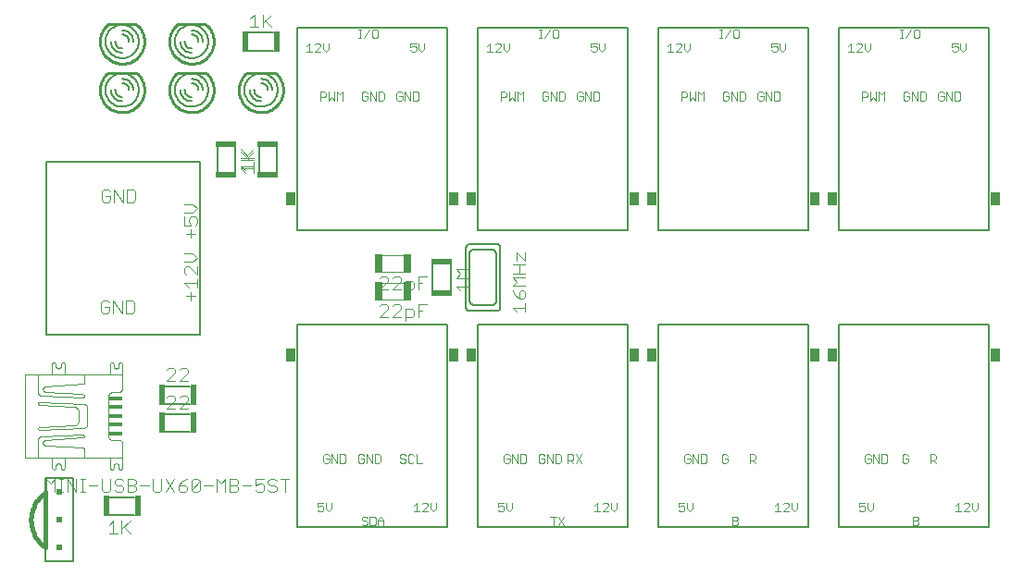
<source format=gto>
G75*
G70*
%OFA0B0*%
%FSLAX24Y24*%
%IPPOS*%
%LPD*%
%AMOC8*
5,1,8,0,0,1.08239X$1,22.5*
%
%ADD10C,0.0050*%
%ADD11C,0.0160*%
%ADD12R,0.0200X0.0200*%
%ADD13C,0.0080*%
%ADD14C,0.0010*%
%ADD15R,0.0364X0.0450*%
%ADD16C,0.0040*%
%ADD17C,0.0100*%
%ADD18C,0.0060*%
%ADD19R,0.0720X0.0230*%
%ADD20R,0.0295X0.0669*%
%ADD21R,0.0230X0.0720*%
%ADD22R,0.0513X0.0132*%
D10*
X000870Y000517D02*
X001870Y000517D01*
X001870Y003517D01*
X000870Y003517D01*
X000870Y003017D01*
X000870Y001017D02*
X000870Y000517D01*
X000896Y008696D02*
X006408Y008696D01*
X006408Y014916D01*
X000896Y014916D01*
X000896Y008696D01*
X016004Y009655D02*
X016004Y011842D01*
X016005Y011842D02*
X016007Y011861D01*
X016011Y011880D01*
X016019Y011898D01*
X016029Y011915D01*
X016041Y011930D01*
X016056Y011942D01*
X016073Y011952D01*
X016091Y011960D01*
X016110Y011964D01*
X016129Y011966D01*
X017125Y011966D01*
X017144Y011964D01*
X017163Y011959D01*
X017181Y011951D01*
X017196Y011940D01*
X017210Y011926D01*
X017221Y011911D01*
X017229Y011893D01*
X017234Y011874D01*
X017236Y011855D01*
X017236Y009678D01*
X017234Y009659D01*
X017229Y009640D01*
X017221Y009623D01*
X017210Y009607D01*
X017196Y009593D01*
X017181Y009582D01*
X017163Y009574D01*
X017144Y009569D01*
X017125Y009567D01*
X016092Y009567D01*
X016075Y009569D01*
X016058Y009574D01*
X016043Y009582D01*
X016030Y009593D01*
X016019Y009606D01*
X016011Y009621D01*
X016006Y009638D01*
X016004Y009655D01*
X016319Y009764D02*
X016922Y009764D01*
X016944Y009766D01*
X016966Y009770D01*
X016987Y009778D01*
X017007Y009789D01*
X017025Y009802D01*
X017041Y009818D01*
X017054Y009836D01*
X017065Y009856D01*
X017073Y009877D01*
X017077Y009899D01*
X017079Y009921D01*
X017079Y011612D01*
X017077Y011634D01*
X017073Y011656D01*
X017065Y011677D01*
X017054Y011697D01*
X017041Y011715D01*
X017025Y011731D01*
X017007Y011744D01*
X016987Y011755D01*
X016966Y011763D01*
X016944Y011767D01*
X016922Y011769D01*
X016922Y011770D02*
X016319Y011770D01*
X016319Y011769D02*
X016293Y011770D01*
X016268Y011767D01*
X016243Y011761D01*
X016220Y011751D01*
X016198Y011739D01*
X016178Y011723D01*
X016161Y011704D01*
X016146Y011683D01*
X016135Y011661D01*
X016127Y011637D01*
X016122Y011612D01*
X016122Y009961D01*
X016124Y009935D01*
X016129Y009910D01*
X016137Y009886D01*
X016148Y009863D01*
X016163Y009841D01*
X016180Y009822D01*
X016199Y009805D01*
X016221Y009790D01*
X016244Y009779D01*
X016268Y009771D01*
X016293Y009766D01*
X016319Y009764D01*
D11*
X000870Y003017D02*
X000815Y002978D01*
X000762Y002936D01*
X000712Y002891D01*
X000664Y002843D01*
X000619Y002793D01*
X000577Y002740D01*
X000538Y002685D01*
X000502Y002628D01*
X000469Y002569D01*
X000440Y002508D01*
X000414Y002446D01*
X000392Y002382D01*
X000373Y002318D01*
X000358Y002252D01*
X000347Y002185D01*
X000339Y002118D01*
X000335Y002051D01*
X000335Y001983D01*
X000339Y001916D01*
X000347Y001849D01*
X000358Y001782D01*
X000373Y001716D01*
X000392Y001652D01*
X000414Y001588D01*
X000440Y001526D01*
X000469Y001465D01*
X000502Y001406D01*
X000538Y001349D01*
X000577Y001294D01*
X000619Y001241D01*
X000664Y001191D01*
X000712Y001143D01*
X000762Y001098D01*
X000815Y001056D01*
X000870Y001017D01*
X000870Y003017D01*
D12*
X001370Y003017D03*
X001370Y002017D03*
X001370Y001017D03*
D13*
X009913Y001757D02*
X009913Y009080D01*
X015328Y009080D01*
X015328Y001757D01*
X009913Y001757D01*
X016413Y001757D02*
X016413Y009080D01*
X021828Y009080D01*
X021828Y001757D01*
X016413Y001757D01*
X022913Y001757D02*
X022913Y009080D01*
X028328Y009080D01*
X028328Y001757D01*
X022913Y001757D01*
X029413Y001757D02*
X029413Y009080D01*
X034828Y009080D01*
X034828Y001757D01*
X029413Y001757D01*
X029413Y012453D02*
X029413Y019776D01*
X034828Y019776D01*
X034828Y012453D01*
X029413Y012453D01*
X028328Y012453D02*
X028328Y019776D01*
X022913Y019776D01*
X022913Y012453D01*
X028328Y012453D01*
X021828Y012453D02*
X021828Y019776D01*
X016413Y019776D01*
X016413Y012453D01*
X021828Y012453D01*
X015328Y012453D02*
X015328Y019776D01*
X009913Y019776D01*
X009913Y012453D01*
X015328Y012453D01*
D14*
X014245Y017147D02*
X014297Y017198D01*
X014297Y017405D01*
X014245Y017457D01*
X014090Y017457D01*
X014090Y017147D01*
X014245Y017147D01*
X014002Y017147D02*
X014002Y017457D01*
X013795Y017457D02*
X014002Y017147D01*
X013795Y017147D02*
X013795Y017457D01*
X013707Y017405D02*
X013655Y017457D01*
X013552Y017457D01*
X013500Y017405D01*
X013500Y017198D01*
X013552Y017147D01*
X013655Y017147D01*
X013707Y017198D01*
X013707Y017302D01*
X013604Y017302D01*
X013047Y017198D02*
X013047Y017405D01*
X012995Y017457D01*
X012840Y017457D01*
X012840Y017147D01*
X012995Y017147D01*
X013047Y017198D01*
X012752Y017147D02*
X012752Y017457D01*
X012545Y017457D02*
X012752Y017147D01*
X012545Y017147D02*
X012545Y017457D01*
X012457Y017405D02*
X012405Y017457D01*
X012302Y017457D01*
X012250Y017405D01*
X012250Y017198D01*
X012302Y017147D01*
X012405Y017147D01*
X012457Y017198D01*
X012457Y017302D01*
X012354Y017302D01*
X011547Y017457D02*
X011547Y017147D01*
X011340Y017147D02*
X011340Y017457D01*
X011443Y017354D01*
X011547Y017457D01*
X011252Y017457D02*
X011252Y017147D01*
X011148Y017250D01*
X011045Y017147D01*
X011045Y017457D01*
X010957Y017405D02*
X010905Y017457D01*
X010750Y017457D01*
X010750Y017147D01*
X010750Y017250D02*
X010905Y017250D01*
X010957Y017302D01*
X010957Y017405D01*
X010943Y018897D02*
X011047Y019000D01*
X011047Y019207D01*
X010840Y019207D02*
X010840Y019000D01*
X010943Y018897D01*
X010752Y018897D02*
X010545Y018897D01*
X010752Y019104D01*
X010752Y019155D01*
X010700Y019207D01*
X010597Y019207D01*
X010545Y019155D01*
X010354Y019207D02*
X010354Y018897D01*
X010457Y018897D02*
X010250Y018897D01*
X010250Y019104D02*
X010354Y019207D01*
X012125Y019397D02*
X012229Y019397D01*
X012177Y019397D02*
X012177Y019707D01*
X012125Y019707D02*
X012229Y019707D01*
X012529Y019707D02*
X012322Y019397D01*
X012616Y019448D02*
X012668Y019397D01*
X012772Y019397D01*
X012823Y019448D01*
X012823Y019655D01*
X012772Y019707D01*
X012668Y019707D01*
X012616Y019655D01*
X012616Y019448D01*
X014000Y019207D02*
X014000Y019052D01*
X014104Y019104D01*
X014155Y019104D01*
X014207Y019052D01*
X014207Y018948D01*
X014155Y018897D01*
X014052Y018897D01*
X014000Y018948D01*
X014295Y019000D02*
X014398Y018897D01*
X014502Y019000D01*
X014502Y019207D01*
X014295Y019207D02*
X014295Y019000D01*
X014207Y019207D02*
X014000Y019207D01*
X016750Y019104D02*
X016854Y019207D01*
X016854Y018897D01*
X016957Y018897D02*
X016750Y018897D01*
X017045Y018897D02*
X017252Y019104D01*
X017252Y019155D01*
X017200Y019207D01*
X017097Y019207D01*
X017045Y019155D01*
X017045Y018897D02*
X017252Y018897D01*
X017340Y019000D02*
X017443Y018897D01*
X017547Y019000D01*
X017547Y019207D01*
X017340Y019207D02*
X017340Y019000D01*
X018625Y019397D02*
X018729Y019397D01*
X018677Y019397D02*
X018677Y019707D01*
X018625Y019707D02*
X018729Y019707D01*
X019029Y019707D02*
X018822Y019397D01*
X019116Y019448D02*
X019168Y019397D01*
X019272Y019397D01*
X019323Y019448D01*
X019323Y019655D01*
X019272Y019707D01*
X019168Y019707D01*
X019116Y019655D01*
X019116Y019448D01*
X020500Y019207D02*
X020500Y019052D01*
X020604Y019104D01*
X020655Y019104D01*
X020707Y019052D01*
X020707Y018948D01*
X020655Y018897D01*
X020552Y018897D01*
X020500Y018948D01*
X020795Y019000D02*
X020898Y018897D01*
X021002Y019000D01*
X021002Y019207D01*
X020795Y019207D02*
X020795Y019000D01*
X020707Y019207D02*
X020500Y019207D01*
X023250Y019104D02*
X023354Y019207D01*
X023354Y018897D01*
X023457Y018897D02*
X023250Y018897D01*
X023545Y018897D02*
X023752Y019104D01*
X023752Y019155D01*
X023700Y019207D01*
X023597Y019207D01*
X023545Y019155D01*
X023545Y018897D02*
X023752Y018897D01*
X023840Y019000D02*
X023943Y018897D01*
X024047Y019000D01*
X024047Y019207D01*
X023840Y019207D02*
X023840Y019000D01*
X025125Y019397D02*
X025229Y019397D01*
X025177Y019397D02*
X025177Y019707D01*
X025125Y019707D02*
X025229Y019707D01*
X025529Y019707D02*
X025322Y019397D01*
X025616Y019448D02*
X025668Y019397D01*
X025772Y019397D01*
X025823Y019448D01*
X025823Y019655D01*
X025772Y019707D01*
X025668Y019707D01*
X025616Y019655D01*
X025616Y019448D01*
X027000Y019207D02*
X027000Y019052D01*
X027104Y019104D01*
X027155Y019104D01*
X027207Y019052D01*
X027207Y018948D01*
X027155Y018897D01*
X027052Y018897D01*
X027000Y018948D01*
X027295Y019000D02*
X027398Y018897D01*
X027502Y019000D01*
X027502Y019207D01*
X027295Y019207D02*
X027295Y019000D01*
X027207Y019207D02*
X027000Y019207D01*
X027002Y017457D02*
X027002Y017147D01*
X026795Y017457D01*
X026795Y017147D01*
X026707Y017198D02*
X026707Y017302D01*
X026604Y017302D01*
X026707Y017405D02*
X026655Y017457D01*
X026552Y017457D01*
X026500Y017405D01*
X026500Y017198D01*
X026552Y017147D01*
X026655Y017147D01*
X026707Y017198D01*
X027090Y017147D02*
X027245Y017147D01*
X027297Y017198D01*
X027297Y017405D01*
X027245Y017457D01*
X027090Y017457D01*
X027090Y017147D01*
X026047Y017198D02*
X026047Y017405D01*
X025995Y017457D01*
X025840Y017457D01*
X025840Y017147D01*
X025995Y017147D01*
X026047Y017198D01*
X025752Y017147D02*
X025752Y017457D01*
X025545Y017457D02*
X025752Y017147D01*
X025545Y017147D02*
X025545Y017457D01*
X025457Y017405D02*
X025405Y017457D01*
X025302Y017457D01*
X025250Y017405D01*
X025250Y017198D01*
X025302Y017147D01*
X025405Y017147D01*
X025457Y017198D01*
X025457Y017302D01*
X025354Y017302D01*
X024547Y017457D02*
X024547Y017147D01*
X024340Y017147D02*
X024340Y017457D01*
X024443Y017354D01*
X024547Y017457D01*
X024252Y017457D02*
X024252Y017147D01*
X024148Y017250D01*
X024045Y017147D01*
X024045Y017457D01*
X023957Y017405D02*
X023957Y017302D01*
X023905Y017250D01*
X023750Y017250D01*
X023750Y017147D02*
X023750Y017457D01*
X023905Y017457D01*
X023957Y017405D01*
X020797Y017405D02*
X020797Y017198D01*
X020745Y017147D01*
X020590Y017147D01*
X020590Y017457D01*
X020745Y017457D01*
X020797Y017405D01*
X020502Y017457D02*
X020502Y017147D01*
X020295Y017457D01*
X020295Y017147D01*
X020207Y017198D02*
X020207Y017302D01*
X020104Y017302D01*
X020207Y017405D02*
X020155Y017457D01*
X020052Y017457D01*
X020000Y017405D01*
X020000Y017198D01*
X020052Y017147D01*
X020155Y017147D01*
X020207Y017198D01*
X019547Y017198D02*
X019547Y017405D01*
X019495Y017457D01*
X019340Y017457D01*
X019340Y017147D01*
X019495Y017147D01*
X019547Y017198D01*
X019252Y017147D02*
X019252Y017457D01*
X019045Y017457D02*
X019252Y017147D01*
X019045Y017147D02*
X019045Y017457D01*
X018957Y017405D02*
X018905Y017457D01*
X018802Y017457D01*
X018750Y017405D01*
X018750Y017198D01*
X018802Y017147D01*
X018905Y017147D01*
X018957Y017198D01*
X018957Y017302D01*
X018854Y017302D01*
X018047Y017457D02*
X018047Y017147D01*
X017840Y017147D02*
X017840Y017457D01*
X017943Y017354D01*
X018047Y017457D01*
X017752Y017457D02*
X017752Y017147D01*
X017648Y017250D01*
X017545Y017147D01*
X017545Y017457D01*
X017457Y017405D02*
X017405Y017457D01*
X017250Y017457D01*
X017250Y017147D01*
X017250Y017250D02*
X017405Y017250D01*
X017457Y017302D01*
X017457Y017405D01*
X029750Y018897D02*
X029957Y018897D01*
X030045Y018897D02*
X030252Y019104D01*
X030252Y019155D01*
X030200Y019207D01*
X030097Y019207D01*
X030045Y019155D01*
X029854Y019207D02*
X029854Y018897D01*
X030045Y018897D02*
X030252Y018897D01*
X030340Y019000D02*
X030443Y018897D01*
X030547Y019000D01*
X030547Y019207D01*
X030340Y019207D02*
X030340Y019000D01*
X029854Y019207D02*
X029750Y019104D01*
X031625Y019397D02*
X031729Y019397D01*
X031677Y019397D02*
X031677Y019707D01*
X031625Y019707D02*
X031729Y019707D01*
X032029Y019707D02*
X031822Y019397D01*
X032116Y019448D02*
X032168Y019397D01*
X032272Y019397D01*
X032323Y019448D01*
X032323Y019655D01*
X032272Y019707D01*
X032168Y019707D01*
X032116Y019655D01*
X032116Y019448D01*
X033500Y019207D02*
X033500Y019052D01*
X033604Y019104D01*
X033655Y019104D01*
X033707Y019052D01*
X033707Y018948D01*
X033655Y018897D01*
X033552Y018897D01*
X033500Y018948D01*
X033795Y019000D02*
X033898Y018897D01*
X034002Y019000D01*
X034002Y019207D01*
X033795Y019207D02*
X033795Y019000D01*
X033707Y019207D02*
X033500Y019207D01*
X033502Y017457D02*
X033502Y017147D01*
X033295Y017457D01*
X033295Y017147D01*
X033207Y017198D02*
X033207Y017302D01*
X033104Y017302D01*
X033207Y017405D02*
X033155Y017457D01*
X033052Y017457D01*
X033000Y017405D01*
X033000Y017198D01*
X033052Y017147D01*
X033155Y017147D01*
X033207Y017198D01*
X033590Y017147D02*
X033745Y017147D01*
X033797Y017198D01*
X033797Y017405D01*
X033745Y017457D01*
X033590Y017457D01*
X033590Y017147D01*
X032547Y017198D02*
X032547Y017405D01*
X032495Y017457D01*
X032340Y017457D01*
X032340Y017147D01*
X032495Y017147D01*
X032547Y017198D01*
X032252Y017147D02*
X032252Y017457D01*
X032045Y017457D02*
X032252Y017147D01*
X032045Y017147D02*
X032045Y017457D01*
X031957Y017405D02*
X031905Y017457D01*
X031802Y017457D01*
X031750Y017405D01*
X031750Y017198D01*
X031802Y017147D01*
X031905Y017147D01*
X031957Y017198D01*
X031957Y017302D01*
X031854Y017302D01*
X031047Y017457D02*
X031047Y017147D01*
X030840Y017147D02*
X030840Y017457D01*
X030943Y017354D01*
X031047Y017457D01*
X030752Y017457D02*
X030752Y017147D01*
X030648Y017250D01*
X030545Y017147D01*
X030545Y017457D01*
X030457Y017405D02*
X030457Y017302D01*
X030405Y017250D01*
X030250Y017250D01*
X030250Y017147D02*
X030250Y017457D01*
X030405Y017457D01*
X030457Y017405D01*
X030418Y004387D02*
X030366Y004335D01*
X030366Y004128D01*
X030418Y004077D01*
X030522Y004077D01*
X030573Y004128D01*
X030573Y004232D01*
X030470Y004232D01*
X030573Y004335D02*
X030522Y004387D01*
X030418Y004387D01*
X030661Y004387D02*
X030868Y004077D01*
X030868Y004387D01*
X030956Y004387D02*
X031111Y004387D01*
X031163Y004335D01*
X031163Y004128D01*
X031111Y004077D01*
X030956Y004077D01*
X030956Y004387D01*
X030661Y004387D02*
X030661Y004077D01*
X031706Y004128D02*
X031757Y004077D01*
X031861Y004077D01*
X031913Y004128D01*
X031913Y004232D01*
X031809Y004232D01*
X031706Y004335D02*
X031706Y004128D01*
X031706Y004335D02*
X031757Y004387D01*
X031861Y004387D01*
X031913Y004335D01*
X032706Y004387D02*
X032706Y004077D01*
X032706Y004180D02*
X032861Y004180D01*
X032913Y004232D01*
X032913Y004335D01*
X032861Y004387D01*
X032706Y004387D01*
X032809Y004180D02*
X032913Y004077D01*
X033720Y002637D02*
X033720Y002327D01*
X033823Y002327D02*
X033616Y002327D01*
X033616Y002534D02*
X033720Y002637D01*
X033911Y002585D02*
X033963Y002637D01*
X034066Y002637D01*
X034118Y002585D01*
X034118Y002534D01*
X033911Y002327D01*
X034118Y002327D01*
X034206Y002430D02*
X034309Y002327D01*
X034413Y002430D01*
X034413Y002637D01*
X034206Y002637D02*
X034206Y002430D01*
X032288Y002085D02*
X032288Y002034D01*
X032236Y001982D01*
X032081Y001982D01*
X032236Y001982D02*
X032288Y001930D01*
X032288Y001878D01*
X032236Y001827D01*
X032081Y001827D01*
X032081Y002137D01*
X032236Y002137D01*
X032288Y002085D01*
X030663Y002430D02*
X030559Y002327D01*
X030456Y002430D01*
X030456Y002637D01*
X030368Y002637D02*
X030161Y002637D01*
X030161Y002482D01*
X030264Y002534D01*
X030316Y002534D01*
X030368Y002482D01*
X030368Y002378D01*
X030316Y002327D01*
X030213Y002327D01*
X030161Y002378D01*
X030663Y002430D02*
X030663Y002637D01*
X027913Y002637D02*
X027913Y002430D01*
X027809Y002327D01*
X027706Y002430D01*
X027706Y002637D01*
X027618Y002585D02*
X027566Y002637D01*
X027463Y002637D01*
X027411Y002585D01*
X027220Y002637D02*
X027220Y002327D01*
X027323Y002327D02*
X027116Y002327D01*
X027116Y002534D02*
X027220Y002637D01*
X027411Y002327D02*
X027618Y002534D01*
X027618Y002585D01*
X027618Y002327D02*
X027411Y002327D01*
X025788Y002085D02*
X025788Y002034D01*
X025736Y001982D01*
X025581Y001982D01*
X025736Y001982D02*
X025788Y001930D01*
X025788Y001878D01*
X025736Y001827D01*
X025581Y001827D01*
X025581Y002137D01*
X025736Y002137D01*
X025788Y002085D01*
X024163Y002430D02*
X024059Y002327D01*
X023956Y002430D01*
X023956Y002637D01*
X023868Y002637D02*
X023661Y002637D01*
X023661Y002482D01*
X023764Y002534D01*
X023816Y002534D01*
X023868Y002482D01*
X023868Y002378D01*
X023816Y002327D01*
X023713Y002327D01*
X023661Y002378D01*
X024163Y002430D02*
X024163Y002637D01*
X024161Y004077D02*
X024161Y004387D01*
X024368Y004077D01*
X024368Y004387D01*
X024456Y004387D02*
X024456Y004077D01*
X024611Y004077D01*
X024663Y004128D01*
X024663Y004335D01*
X024611Y004387D01*
X024456Y004387D01*
X024073Y004335D02*
X024022Y004387D01*
X023918Y004387D01*
X023866Y004335D01*
X023866Y004128D01*
X023918Y004077D01*
X024022Y004077D01*
X024073Y004128D01*
X024073Y004232D01*
X023970Y004232D01*
X025206Y004335D02*
X025206Y004128D01*
X025257Y004077D01*
X025361Y004077D01*
X025413Y004128D01*
X025413Y004232D01*
X025309Y004232D01*
X025206Y004335D02*
X025257Y004387D01*
X025361Y004387D01*
X025413Y004335D01*
X026206Y004387D02*
X026206Y004077D01*
X026206Y004180D02*
X026361Y004180D01*
X026413Y004232D01*
X026413Y004335D01*
X026361Y004387D01*
X026206Y004387D01*
X026309Y004180D02*
X026413Y004077D01*
X021413Y002637D02*
X021413Y002430D01*
X021309Y002327D01*
X021206Y002430D01*
X021206Y002637D01*
X021118Y002585D02*
X021066Y002637D01*
X020963Y002637D01*
X020911Y002585D01*
X020720Y002637D02*
X020720Y002327D01*
X020823Y002327D02*
X020616Y002327D01*
X020616Y002534D02*
X020720Y002637D01*
X020911Y002327D02*
X021118Y002534D01*
X021118Y002585D01*
X021118Y002327D02*
X020911Y002327D01*
X019538Y002137D02*
X019331Y001827D01*
X019139Y001827D02*
X019139Y002137D01*
X019036Y002137D02*
X019243Y002137D01*
X019331Y002137D02*
X019538Y001827D01*
X017663Y002430D02*
X017663Y002637D01*
X017663Y002430D02*
X017559Y002327D01*
X017456Y002430D01*
X017456Y002637D01*
X017368Y002637D02*
X017161Y002637D01*
X017161Y002482D01*
X017264Y002534D01*
X017316Y002534D01*
X017368Y002482D01*
X017368Y002378D01*
X017316Y002327D01*
X017213Y002327D01*
X017161Y002378D01*
X014913Y002430D02*
X014809Y002327D01*
X014706Y002430D01*
X014706Y002637D01*
X014618Y002585D02*
X014566Y002637D01*
X014463Y002637D01*
X014411Y002585D01*
X014220Y002637D02*
X014220Y002327D01*
X014323Y002327D02*
X014116Y002327D01*
X014116Y002534D02*
X014220Y002637D01*
X014411Y002327D02*
X014618Y002534D01*
X014618Y002585D01*
X014618Y002327D02*
X014411Y002327D01*
X014913Y002430D02*
X014913Y002637D01*
X013038Y002034D02*
X013038Y001827D01*
X013038Y001982D02*
X012831Y001982D01*
X012831Y002034D02*
X012831Y001827D01*
X012743Y001878D02*
X012743Y002085D01*
X012691Y002137D01*
X012536Y002137D01*
X012536Y001827D01*
X012691Y001827D01*
X012743Y001878D01*
X012831Y002034D02*
X012934Y002137D01*
X013038Y002034D01*
X012448Y002085D02*
X012397Y002137D01*
X012293Y002137D01*
X012241Y002085D01*
X012241Y002034D01*
X012293Y001982D01*
X012397Y001982D01*
X012448Y001930D01*
X012448Y001878D01*
X012397Y001827D01*
X012293Y001827D01*
X012241Y001878D01*
X011163Y002430D02*
X011163Y002637D01*
X011163Y002430D02*
X011059Y002327D01*
X010956Y002430D01*
X010956Y002637D01*
X010868Y002637D02*
X010661Y002637D01*
X010661Y002482D01*
X010764Y002534D01*
X010816Y002534D01*
X010868Y002482D01*
X010868Y002378D01*
X010816Y002327D01*
X010713Y002327D01*
X010661Y002378D01*
X010918Y004077D02*
X010866Y004128D01*
X010866Y004335D01*
X010918Y004387D01*
X011022Y004387D01*
X011073Y004335D01*
X011161Y004387D02*
X011368Y004077D01*
X011368Y004387D01*
X011456Y004387D02*
X011611Y004387D01*
X011663Y004335D01*
X011663Y004128D01*
X011611Y004077D01*
X011456Y004077D01*
X011456Y004387D01*
X011161Y004387D02*
X011161Y004077D01*
X011073Y004128D02*
X011073Y004232D01*
X010970Y004232D01*
X011073Y004128D02*
X011022Y004077D01*
X010918Y004077D01*
X012116Y004128D02*
X012168Y004077D01*
X012272Y004077D01*
X012323Y004128D01*
X012323Y004232D01*
X012220Y004232D01*
X012323Y004335D02*
X012272Y004387D01*
X012168Y004387D01*
X012116Y004335D01*
X012116Y004128D01*
X012411Y004077D02*
X012411Y004387D01*
X012618Y004077D01*
X012618Y004387D01*
X012706Y004387D02*
X012861Y004387D01*
X012913Y004335D01*
X012913Y004128D01*
X012861Y004077D01*
X012706Y004077D01*
X012706Y004387D01*
X013616Y004335D02*
X013616Y004284D01*
X013668Y004232D01*
X013772Y004232D01*
X013823Y004180D01*
X013823Y004128D01*
X013772Y004077D01*
X013668Y004077D01*
X013616Y004128D01*
X013616Y004335D02*
X013668Y004387D01*
X013772Y004387D01*
X013823Y004335D01*
X013911Y004335D02*
X013911Y004128D01*
X013963Y004077D01*
X014066Y004077D01*
X014118Y004128D01*
X014206Y004077D02*
X014413Y004077D01*
X014206Y004077D02*
X014206Y004387D01*
X014118Y004335D02*
X014066Y004387D01*
X013963Y004387D01*
X013911Y004335D01*
X017366Y004335D02*
X017366Y004128D01*
X017418Y004077D01*
X017522Y004077D01*
X017573Y004128D01*
X017573Y004232D01*
X017470Y004232D01*
X017573Y004335D02*
X017522Y004387D01*
X017418Y004387D01*
X017366Y004335D01*
X017661Y004387D02*
X017868Y004077D01*
X017868Y004387D01*
X017956Y004387D02*
X018111Y004387D01*
X018163Y004335D01*
X018163Y004128D01*
X018111Y004077D01*
X017956Y004077D01*
X017956Y004387D01*
X017661Y004387D02*
X017661Y004077D01*
X018616Y004128D02*
X018668Y004077D01*
X018772Y004077D01*
X018823Y004128D01*
X018823Y004232D01*
X018720Y004232D01*
X018823Y004335D02*
X018772Y004387D01*
X018668Y004387D01*
X018616Y004335D01*
X018616Y004128D01*
X018911Y004077D02*
X018911Y004387D01*
X019118Y004077D01*
X019118Y004387D01*
X019206Y004387D02*
X019206Y004077D01*
X019361Y004077D01*
X019413Y004128D01*
X019413Y004335D01*
X019361Y004387D01*
X019206Y004387D01*
X019661Y004387D02*
X019661Y004077D01*
X019661Y004180D02*
X019816Y004180D01*
X019868Y004232D01*
X019868Y004335D01*
X019816Y004387D01*
X019661Y004387D01*
X019764Y004180D02*
X019868Y004077D01*
X019956Y004077D02*
X020163Y004387D01*
X019956Y004387D02*
X020163Y004077D01*
D15*
X022039Y007951D03*
X022702Y007951D03*
X028539Y007951D03*
X029202Y007951D03*
X035039Y007951D03*
X035039Y013582D03*
X029202Y013582D03*
X028539Y013582D03*
X022702Y013582D03*
X022039Y013582D03*
X016202Y013582D03*
X015539Y013582D03*
X009702Y013582D03*
X009702Y007951D03*
X015539Y007951D03*
X016202Y007951D03*
D16*
X014272Y009337D02*
X014272Y009797D01*
X014578Y009797D01*
X014425Y009567D02*
X014272Y009567D01*
X014118Y009567D02*
X014118Y009413D01*
X014041Y009337D01*
X013811Y009337D01*
X013658Y009337D02*
X013351Y009337D01*
X013658Y009644D01*
X013658Y009720D01*
X013581Y009797D01*
X013427Y009797D01*
X013351Y009720D01*
X013197Y009720D02*
X013121Y009797D01*
X012967Y009797D01*
X012890Y009720D01*
X012990Y009957D02*
X013750Y009957D01*
X013811Y010183D02*
X013811Y010644D01*
X014041Y010644D01*
X014118Y010567D01*
X014118Y010413D01*
X014041Y010337D01*
X013811Y010337D01*
X013658Y010337D02*
X013351Y010337D01*
X013658Y010644D01*
X013658Y010720D01*
X013581Y010797D01*
X013427Y010797D01*
X013351Y010720D01*
X013197Y010720D02*
X013121Y010797D01*
X012967Y010797D01*
X012890Y010720D01*
X012990Y010577D02*
X013750Y010577D01*
X013197Y010644D02*
X013197Y010720D01*
X013197Y010644D02*
X012890Y010337D01*
X013197Y010337D01*
X013197Y009720D02*
X013197Y009644D01*
X012890Y009337D01*
X013197Y009337D01*
X013811Y009183D02*
X013811Y009644D01*
X014041Y009644D01*
X014118Y009567D01*
X014272Y010337D02*
X014272Y010797D01*
X014578Y010797D01*
X014425Y010567D02*
X014272Y010567D01*
X013750Y010957D02*
X012990Y010957D01*
X012990Y011577D02*
X013750Y011577D01*
X015640Y011054D02*
X016100Y011054D01*
X015793Y010901D02*
X015640Y011054D01*
X015793Y010901D02*
X015640Y010747D01*
X016100Y010747D01*
X016100Y010594D02*
X016100Y010287D01*
X016100Y010440D02*
X015640Y010440D01*
X015793Y010287D01*
X017675Y010294D02*
X017752Y010141D01*
X017906Y009987D01*
X017906Y010217D01*
X017982Y010294D01*
X018059Y010294D01*
X018136Y010217D01*
X018136Y010064D01*
X018059Y009987D01*
X017906Y009987D01*
X018136Y009834D02*
X018136Y009527D01*
X018136Y009680D02*
X017675Y009680D01*
X017829Y009527D01*
X017675Y010448D02*
X017829Y010601D01*
X017675Y010755D01*
X018136Y010755D01*
X018136Y010908D02*
X017675Y010908D01*
X017906Y010908D02*
X017906Y011215D01*
X017829Y011368D02*
X017829Y011675D01*
X018136Y011368D01*
X018136Y011675D01*
X018136Y011215D02*
X017675Y011215D01*
X017675Y010448D02*
X018136Y010448D01*
X008350Y014537D02*
X008350Y014844D01*
X008350Y014769D02*
X007890Y014769D01*
X008043Y014616D01*
X008043Y014537D02*
X007890Y014690D01*
X008350Y014690D01*
X008350Y014616D02*
X008350Y014923D01*
X008350Y014997D02*
X007890Y014997D01*
X007890Y015076D02*
X008350Y015076D01*
X008197Y015076D02*
X007890Y015383D01*
X007890Y015304D02*
X008197Y014997D01*
X008120Y015074D02*
X008350Y015304D01*
X008350Y015383D02*
X008120Y015153D01*
X006316Y013261D02*
X006162Y013414D01*
X005856Y013414D01*
X005856Y013107D02*
X006162Y013107D01*
X006316Y013261D01*
X006239Y012954D02*
X006316Y012877D01*
X006316Y012723D01*
X006239Y012647D01*
X006086Y012647D02*
X006009Y012800D01*
X006009Y012877D01*
X006086Y012954D01*
X006239Y012954D01*
X006086Y012647D02*
X005856Y012647D01*
X005856Y012954D01*
X006086Y012493D02*
X006086Y012186D01*
X005932Y012340D02*
X006239Y012340D01*
X006162Y011625D02*
X005856Y011625D01*
X006162Y011625D02*
X006316Y011472D01*
X006162Y011318D01*
X005856Y011318D01*
X005932Y011165D02*
X005856Y011088D01*
X005856Y010935D01*
X005932Y010858D01*
X005932Y011165D02*
X006009Y011165D01*
X006316Y010858D01*
X006316Y011165D01*
X006316Y010705D02*
X006316Y010398D01*
X006316Y010551D02*
X005856Y010551D01*
X006009Y010398D01*
X006086Y010244D02*
X006086Y009937D01*
X005932Y010091D02*
X006239Y010091D01*
X004070Y009859D02*
X004070Y009552D01*
X003993Y009476D01*
X003763Y009476D01*
X003763Y009936D01*
X003993Y009936D01*
X004070Y009859D01*
X003609Y009936D02*
X003609Y009476D01*
X003302Y009936D01*
X003302Y009476D01*
X003149Y009552D02*
X003072Y009476D01*
X002919Y009476D01*
X002842Y009552D01*
X002842Y009859D01*
X002919Y009936D01*
X003072Y009936D01*
X003149Y009859D01*
X003149Y009706D02*
X002995Y009706D01*
X003149Y009706D02*
X003149Y009552D01*
X003244Y007696D02*
X003244Y007696D01*
X003231Y007695D01*
X003218Y007690D01*
X003206Y007683D01*
X003196Y007673D01*
X003189Y007661D01*
X003185Y007648D01*
X003183Y007635D01*
X003183Y007265D01*
X003398Y007480D02*
X003410Y007480D01*
X003410Y007481D02*
X003427Y007483D01*
X003444Y007488D01*
X003459Y007496D01*
X003472Y007507D01*
X003483Y007520D01*
X003491Y007535D01*
X003496Y007552D01*
X003498Y007569D01*
X003498Y007635D01*
X003500Y007649D01*
X003504Y007661D01*
X003511Y007673D01*
X003521Y007683D01*
X003533Y007690D01*
X003545Y007694D01*
X003559Y007696D01*
X003559Y007695D02*
X003574Y007693D01*
X003588Y007688D01*
X003600Y007681D01*
X003611Y007670D01*
X003618Y007658D01*
X003623Y007644D01*
X003625Y007629D01*
X003625Y007260D01*
X003625Y007265D02*
X003625Y006768D01*
X003624Y006768D02*
X003622Y006746D01*
X003617Y006724D01*
X003608Y006703D01*
X003597Y006684D01*
X003582Y006667D01*
X003565Y006652D01*
X003546Y006641D01*
X003525Y006632D01*
X003503Y006627D01*
X003481Y006625D01*
X003271Y006625D01*
X003248Y006623D01*
X003227Y006618D01*
X003206Y006609D01*
X003186Y006597D01*
X003169Y006583D01*
X003155Y006566D01*
X003143Y006546D01*
X003134Y006525D01*
X003129Y006504D01*
X003127Y006481D01*
X003128Y006481D02*
X003128Y005035D01*
X003130Y005015D01*
X003134Y004996D01*
X003142Y004977D01*
X003152Y004960D01*
X003165Y004945D01*
X003180Y004932D01*
X003197Y004922D01*
X003216Y004914D01*
X003235Y004910D01*
X003255Y004908D01*
X003487Y004908D01*
X003509Y004906D01*
X003530Y004901D01*
X003550Y004893D01*
X003568Y004882D01*
X003585Y004868D01*
X003599Y004851D01*
X003610Y004833D01*
X003618Y004813D01*
X003623Y004792D01*
X003625Y004770D01*
X003625Y004268D01*
X003625Y003898D01*
X003624Y003885D01*
X003619Y003872D01*
X003612Y003860D01*
X003602Y003850D01*
X003590Y003843D01*
X003577Y003838D01*
X003564Y003837D01*
X003564Y003838D02*
X003564Y003838D01*
X003549Y003840D01*
X003535Y003845D01*
X003523Y003852D01*
X003512Y003863D01*
X003505Y003875D01*
X003500Y003889D01*
X003498Y003904D01*
X003498Y003965D01*
X003496Y003982D01*
X003491Y003999D01*
X003483Y004014D01*
X003472Y004027D01*
X003459Y004038D01*
X003444Y004046D01*
X003427Y004051D01*
X003410Y004053D01*
X003409Y004053D02*
X003398Y004053D01*
X003381Y004051D01*
X003364Y004046D01*
X003349Y004038D01*
X003336Y004027D01*
X003325Y004014D01*
X003317Y003999D01*
X003312Y003982D01*
X003310Y003965D01*
X003310Y003898D01*
X003308Y003884D01*
X003304Y003872D01*
X003297Y003860D01*
X003287Y003850D01*
X003275Y003843D01*
X003263Y003839D01*
X003249Y003837D01*
X003249Y003838D02*
X003234Y003840D01*
X003220Y003845D01*
X003208Y003852D01*
X003197Y003863D01*
X003190Y003875D01*
X003185Y003889D01*
X003183Y003904D01*
X003183Y004246D01*
X003625Y004268D02*
X001544Y004268D01*
X001544Y003898D01*
X001543Y003885D01*
X001538Y003872D01*
X001531Y003860D01*
X001521Y003850D01*
X001509Y003843D01*
X001496Y003838D01*
X001483Y003837D01*
X001483Y003838D02*
X001483Y003838D01*
X001468Y003840D01*
X001454Y003845D01*
X001442Y003852D01*
X001431Y003863D01*
X001424Y003875D01*
X001419Y003889D01*
X001417Y003904D01*
X001417Y003965D01*
X001415Y003982D01*
X001410Y003999D01*
X001402Y004014D01*
X001391Y004027D01*
X001378Y004038D01*
X001363Y004046D01*
X001346Y004051D01*
X001329Y004053D01*
X001318Y004053D01*
X001318Y004052D02*
X001301Y004050D01*
X001284Y004045D01*
X001269Y004037D01*
X001256Y004026D01*
X001245Y004013D01*
X001237Y003998D01*
X001232Y003981D01*
X001230Y003964D01*
X001229Y003965D02*
X001229Y003898D01*
X001230Y003898D02*
X001228Y003884D01*
X001224Y003872D01*
X001217Y003860D01*
X001207Y003850D01*
X001195Y003843D01*
X001183Y003839D01*
X001169Y003837D01*
X001169Y003838D02*
X001154Y003840D01*
X001140Y003845D01*
X001128Y003852D01*
X001117Y003863D01*
X001110Y003875D01*
X001105Y003889D01*
X001103Y003904D01*
X001102Y003904D02*
X001102Y004246D01*
X000589Y004290D02*
X000589Y004897D01*
X000591Y004919D01*
X000596Y004940D01*
X000604Y004960D01*
X000615Y004978D01*
X000629Y004995D01*
X000646Y005009D01*
X000664Y005020D01*
X000684Y005028D01*
X000705Y005033D01*
X000727Y005035D01*
X000744Y005035D01*
X002190Y005101D01*
X002189Y005102D02*
X002203Y005101D01*
X002217Y005097D01*
X002228Y005089D01*
X002238Y005079D01*
X002245Y005067D01*
X002249Y005054D01*
X002250Y005040D01*
X002247Y005026D01*
X002241Y005013D01*
X002233Y005003D01*
X002221Y004994D01*
X002209Y004988D01*
X002195Y004986D01*
X000860Y004897D01*
X000860Y004898D02*
X000841Y004895D01*
X000824Y004888D01*
X000808Y004879D01*
X000794Y004866D01*
X000783Y004851D01*
X000775Y004835D01*
X000770Y004817D01*
X000769Y004798D01*
X000771Y004780D01*
X000777Y004762D01*
X000786Y004746D01*
X000798Y004732D01*
X000813Y004720D01*
X000829Y004711D01*
X000847Y004706D01*
X000865Y004704D01*
X002206Y004616D01*
X002218Y004614D01*
X002229Y004608D01*
X002238Y004600D01*
X002245Y004590D01*
X002249Y004579D01*
X002250Y004567D01*
X002250Y004566D02*
X002250Y004290D01*
X001544Y004268D02*
X000120Y004268D01*
X000120Y007265D01*
X003625Y007265D01*
X003398Y007481D02*
X003381Y007483D01*
X003364Y007488D01*
X003349Y007496D01*
X003336Y007507D01*
X003325Y007520D01*
X003317Y007535D01*
X003312Y007552D01*
X003310Y007569D01*
X003310Y007629D01*
X003308Y007644D01*
X003303Y007658D01*
X003296Y007670D01*
X003285Y007681D01*
X003273Y007688D01*
X003259Y007693D01*
X003244Y007695D01*
X002250Y007243D02*
X002250Y006967D01*
X002249Y006955D01*
X002245Y006944D01*
X002238Y006934D01*
X002229Y006926D01*
X002218Y006920D01*
X002206Y006918D01*
X002206Y006917D02*
X000865Y006829D01*
X000847Y006827D01*
X000829Y006822D01*
X000813Y006813D01*
X000798Y006801D01*
X000786Y006787D01*
X000777Y006771D01*
X000771Y006753D01*
X000769Y006735D01*
X000770Y006716D01*
X000775Y006698D01*
X000783Y006682D01*
X000794Y006667D01*
X000808Y006654D01*
X000824Y006645D01*
X000841Y006638D01*
X000860Y006635D01*
X000860Y006636D02*
X002195Y006548D01*
X002209Y006546D01*
X002221Y006540D01*
X002233Y006531D01*
X002241Y006521D01*
X002247Y006508D01*
X002250Y006494D01*
X002249Y006480D01*
X002245Y006467D01*
X002238Y006455D01*
X002228Y006445D01*
X002217Y006437D01*
X002203Y006433D01*
X002189Y006432D01*
X002190Y006432D02*
X000744Y006498D01*
X000727Y006498D01*
X000705Y006500D01*
X000684Y006505D01*
X000664Y006513D01*
X000646Y006524D01*
X000629Y006538D01*
X000615Y006555D01*
X000604Y006573D01*
X000596Y006593D01*
X000591Y006614D01*
X000589Y006636D01*
X000589Y007243D01*
X001102Y007265D02*
X001102Y007635D01*
X001103Y007648D01*
X001108Y007661D01*
X001115Y007673D01*
X001125Y007683D01*
X001137Y007690D01*
X001150Y007695D01*
X001163Y007696D01*
X001163Y007696D01*
X001163Y007695D02*
X001178Y007693D01*
X001192Y007688D01*
X001204Y007681D01*
X001215Y007670D01*
X001222Y007658D01*
X001227Y007644D01*
X001229Y007629D01*
X001229Y007569D01*
X001230Y007569D02*
X001232Y007552D01*
X001237Y007535D01*
X001245Y007520D01*
X001256Y007507D01*
X001269Y007496D01*
X001284Y007488D01*
X001301Y007483D01*
X001318Y007481D01*
X001318Y007480D02*
X001329Y007480D01*
X001329Y007481D02*
X001346Y007483D01*
X001363Y007488D01*
X001378Y007496D01*
X001391Y007507D01*
X001402Y007520D01*
X001410Y007535D01*
X001415Y007552D01*
X001417Y007569D01*
X001417Y007635D01*
X001419Y007649D01*
X001423Y007661D01*
X001430Y007673D01*
X001440Y007683D01*
X001452Y007690D01*
X001464Y007694D01*
X001478Y007696D01*
X001478Y007695D02*
X001493Y007693D01*
X001507Y007688D01*
X001519Y007681D01*
X001530Y007670D01*
X001537Y007658D01*
X001542Y007644D01*
X001544Y007629D01*
X001544Y007287D01*
X002234Y006194D02*
X000650Y006277D01*
X000650Y006278D02*
X000636Y006277D01*
X000623Y006272D01*
X000612Y006264D01*
X000603Y006254D01*
X000597Y006241D01*
X000594Y006228D01*
X000595Y006214D01*
X000600Y006201D01*
X000608Y006190D01*
X000618Y006181D01*
X000631Y006175D01*
X000644Y006172D01*
X001870Y006106D01*
X001894Y006104D01*
X001918Y006099D01*
X001941Y006091D01*
X001962Y006079D01*
X001982Y006064D01*
X001999Y006047D01*
X002014Y006027D01*
X002026Y006006D01*
X002034Y005983D01*
X002039Y005959D01*
X002041Y005935D01*
X002041Y005587D01*
X002039Y005563D01*
X002034Y005540D01*
X002026Y005518D01*
X002015Y005497D01*
X002000Y005478D01*
X001984Y005462D01*
X001965Y005447D01*
X001944Y005436D01*
X001922Y005428D01*
X001899Y005423D01*
X001875Y005421D01*
X001875Y005422D02*
X001848Y005422D01*
X000650Y005366D01*
X000649Y005366D02*
X000636Y005364D01*
X000623Y005358D01*
X000612Y005349D01*
X000604Y005338D01*
X000599Y005325D01*
X000597Y005311D01*
X000599Y005297D01*
X000604Y005284D01*
X000612Y005273D01*
X000623Y005264D01*
X000636Y005258D01*
X000649Y005256D01*
X000650Y005256D02*
X002223Y005339D01*
X002223Y005338D02*
X002246Y005340D01*
X002267Y005345D01*
X002288Y005354D01*
X002308Y005366D01*
X002325Y005380D01*
X002339Y005397D01*
X002351Y005417D01*
X002360Y005438D01*
X002365Y005459D01*
X002367Y005482D01*
X002366Y005482D02*
X002366Y006062D01*
X002367Y006062D02*
X002365Y006083D01*
X002360Y006103D01*
X002352Y006122D01*
X002342Y006140D01*
X002328Y006156D01*
X002312Y006170D01*
X002294Y006180D01*
X002275Y006188D01*
X002255Y006193D01*
X002234Y006195D01*
X005220Y006037D02*
X005526Y006344D01*
X005526Y006420D01*
X005450Y006497D01*
X005296Y006497D01*
X005220Y006420D01*
X005220Y006037D02*
X005526Y006037D01*
X005680Y006037D02*
X005987Y006344D01*
X005987Y006420D01*
X005910Y006497D01*
X005757Y006497D01*
X005680Y006420D01*
X005680Y006037D02*
X005987Y006037D01*
X005987Y007037D02*
X005680Y007037D01*
X005987Y007344D01*
X005987Y007420D01*
X005910Y007497D01*
X005757Y007497D01*
X005680Y007420D01*
X005526Y007420D02*
X005450Y007497D01*
X005296Y007497D01*
X005220Y007420D01*
X005526Y007420D02*
X005526Y007344D01*
X005220Y007037D01*
X005526Y007037D01*
X005494Y003497D02*
X005187Y003037D01*
X005034Y003113D02*
X004957Y003037D01*
X004804Y003037D01*
X004727Y003113D01*
X004727Y003497D01*
X004573Y003267D02*
X004267Y003267D01*
X004113Y003344D02*
X004036Y003267D01*
X003806Y003267D01*
X003653Y003190D02*
X003653Y003113D01*
X003576Y003037D01*
X003423Y003037D01*
X003346Y003113D01*
X003192Y003113D02*
X003192Y003497D01*
X003346Y003420D02*
X003346Y003344D01*
X003423Y003267D01*
X003576Y003267D01*
X003653Y003190D01*
X003806Y003037D02*
X004036Y003037D01*
X004113Y003113D01*
X004113Y003190D01*
X004036Y003267D01*
X004113Y003344D02*
X004113Y003420D01*
X004036Y003497D01*
X003806Y003497D01*
X003806Y003037D01*
X003653Y003420D02*
X003576Y003497D01*
X003423Y003497D01*
X003346Y003420D01*
X003192Y003113D02*
X003116Y003037D01*
X002962Y003037D01*
X002885Y003113D01*
X002885Y003497D01*
X002732Y003267D02*
X002425Y003267D01*
X002272Y003497D02*
X002118Y003497D01*
X002195Y003497D02*
X002195Y003037D01*
X002118Y003037D02*
X002272Y003037D01*
X001965Y003037D02*
X001965Y003497D01*
X001658Y003497D02*
X001965Y003037D01*
X001658Y003037D02*
X001658Y003497D01*
X001504Y003497D02*
X001351Y003497D01*
X001427Y003497D02*
X001427Y003037D01*
X001351Y003037D02*
X001504Y003037D01*
X001197Y003037D02*
X001197Y003497D01*
X001044Y003344D01*
X000890Y003497D01*
X000890Y003037D01*
X003140Y001844D02*
X003294Y001997D01*
X003294Y001537D01*
X003447Y001537D02*
X003140Y001537D01*
X003601Y001537D02*
X003601Y001997D01*
X003677Y001767D02*
X003908Y001537D01*
X003601Y001690D02*
X003908Y001997D01*
X005494Y003037D02*
X005187Y003497D01*
X005034Y003497D02*
X005034Y003113D01*
X005648Y003113D02*
X005724Y003037D01*
X005878Y003037D01*
X005955Y003113D01*
X005955Y003190D01*
X005878Y003267D01*
X005648Y003267D01*
X005648Y003113D01*
X005648Y003267D02*
X005801Y003420D01*
X005955Y003497D01*
X006108Y003420D02*
X006108Y003113D01*
X006415Y003420D01*
X006415Y003113D01*
X006338Y003037D01*
X006185Y003037D01*
X006108Y003113D01*
X006108Y003420D02*
X006185Y003497D01*
X006338Y003497D01*
X006415Y003420D01*
X006569Y003267D02*
X006875Y003267D01*
X007029Y003037D02*
X007029Y003497D01*
X007182Y003344D01*
X007336Y003497D01*
X007336Y003037D01*
X007489Y003037D02*
X007720Y003037D01*
X007796Y003113D01*
X007796Y003190D01*
X007720Y003267D01*
X007489Y003267D01*
X007489Y003037D02*
X007489Y003497D01*
X007720Y003497D01*
X007796Y003420D01*
X007796Y003344D01*
X007720Y003267D01*
X007950Y003267D02*
X008257Y003267D01*
X008410Y003267D02*
X008564Y003344D01*
X008640Y003344D01*
X008717Y003267D01*
X008717Y003113D01*
X008640Y003037D01*
X008487Y003037D01*
X008410Y003113D01*
X008410Y003267D02*
X008410Y003497D01*
X008717Y003497D01*
X008870Y003420D02*
X008870Y003344D01*
X008947Y003267D01*
X009101Y003267D01*
X009177Y003190D01*
X009177Y003113D01*
X009101Y003037D01*
X008947Y003037D01*
X008870Y003113D01*
X008870Y003420D02*
X008947Y003497D01*
X009101Y003497D01*
X009177Y003420D01*
X009331Y003497D02*
X009638Y003497D01*
X009484Y003497D02*
X009484Y003037D01*
X004027Y013476D02*
X004104Y013552D01*
X004104Y013859D01*
X004027Y013936D01*
X003797Y013936D01*
X003797Y013476D01*
X004027Y013476D01*
X003644Y013476D02*
X003644Y013936D01*
X003337Y013936D02*
X003644Y013476D01*
X003337Y013476D02*
X003337Y013936D01*
X003183Y013859D02*
X003106Y013936D01*
X002953Y013936D01*
X002876Y013859D01*
X002876Y013552D01*
X002953Y013476D01*
X003106Y013476D01*
X003183Y013552D01*
X003183Y013706D01*
X003030Y013706D01*
X008220Y019787D02*
X008526Y019787D01*
X008373Y019787D02*
X008373Y020247D01*
X008220Y020094D01*
X008680Y020247D02*
X008680Y019787D01*
X008680Y019940D02*
X008987Y020247D01*
X008757Y020017D02*
X008987Y019787D01*
D17*
X006620Y019887D02*
X005620Y019887D01*
X005320Y019267D02*
X005322Y019213D01*
X005327Y019159D01*
X005336Y019106D01*
X005349Y019053D01*
X005365Y019002D01*
X005385Y018952D01*
X005408Y018903D01*
X005434Y018855D01*
X005463Y018810D01*
X005496Y018767D01*
X005531Y018726D01*
X005569Y018687D01*
X005609Y018651D01*
X005652Y018618D01*
X005697Y018588D01*
X005744Y018561D01*
X005620Y018137D02*
X006620Y018137D01*
X006539Y016836D02*
X006491Y016808D01*
X006442Y016784D01*
X006390Y016764D01*
X006338Y016747D01*
X006284Y016734D01*
X006230Y016725D01*
X006175Y016719D01*
X006120Y016717D01*
X006517Y016822D02*
X006565Y016852D01*
X006610Y016885D01*
X006653Y016921D01*
X006694Y016959D01*
X006731Y017001D01*
X006766Y017045D01*
X006797Y017091D01*
X006826Y017140D01*
X006850Y017190D01*
X006871Y017242D01*
X006889Y017296D01*
X006902Y017350D01*
X006912Y017405D01*
X006918Y017461D01*
X006920Y017517D01*
X006120Y016717D02*
X006064Y016719D01*
X006007Y016725D01*
X005952Y016735D01*
X005897Y016749D01*
X005844Y016766D01*
X005791Y016788D01*
X005741Y016813D01*
X005320Y017517D02*
X005322Y017571D01*
X005327Y017624D01*
X005336Y017678D01*
X005349Y017730D01*
X005365Y017781D01*
X005385Y017832D01*
X005407Y017881D01*
X005433Y017928D01*
X005463Y017973D01*
X005495Y018016D01*
X005530Y018057D01*
X005568Y018096D01*
X005608Y018132D01*
X005320Y017517D02*
X005322Y017463D01*
X005327Y017409D01*
X005336Y017356D01*
X005349Y017303D01*
X005365Y017252D01*
X005385Y017202D01*
X005408Y017153D01*
X005434Y017105D01*
X005463Y017060D01*
X005496Y017017D01*
X005531Y016976D01*
X005569Y016937D01*
X005609Y016901D01*
X005652Y016868D01*
X005697Y016838D01*
X005744Y016811D01*
X006920Y017517D02*
X006918Y017570D01*
X006913Y017624D01*
X006904Y017676D01*
X006892Y017728D01*
X006876Y017779D01*
X006857Y017829D01*
X006834Y017878D01*
X006808Y017925D01*
X006780Y017970D01*
X006748Y018013D01*
X006714Y018053D01*
X006676Y018092D01*
X006637Y018128D01*
X008120Y018137D02*
X009120Y018137D01*
X009039Y016836D02*
X008991Y016808D01*
X008942Y016784D01*
X008890Y016764D01*
X008838Y016747D01*
X008784Y016734D01*
X008730Y016725D01*
X008675Y016719D01*
X008620Y016717D01*
X009017Y016822D02*
X009065Y016852D01*
X009110Y016885D01*
X009153Y016921D01*
X009194Y016959D01*
X009231Y017001D01*
X009266Y017045D01*
X009297Y017091D01*
X009326Y017140D01*
X009350Y017190D01*
X009371Y017242D01*
X009389Y017296D01*
X009402Y017350D01*
X009412Y017405D01*
X009418Y017461D01*
X009420Y017517D01*
X008620Y016717D02*
X008564Y016719D01*
X008507Y016725D01*
X008452Y016735D01*
X008397Y016749D01*
X008344Y016766D01*
X008291Y016788D01*
X008241Y016813D01*
X007820Y017517D02*
X007822Y017571D01*
X007827Y017624D01*
X007836Y017678D01*
X007849Y017730D01*
X007865Y017781D01*
X007885Y017832D01*
X007907Y017881D01*
X007933Y017928D01*
X007963Y017973D01*
X007995Y018016D01*
X008030Y018057D01*
X008068Y018096D01*
X008108Y018132D01*
X007820Y017517D02*
X007822Y017463D01*
X007827Y017409D01*
X007836Y017356D01*
X007849Y017303D01*
X007865Y017252D01*
X007885Y017202D01*
X007908Y017153D01*
X007934Y017105D01*
X007963Y017060D01*
X007996Y017017D01*
X008031Y016976D01*
X008069Y016937D01*
X008109Y016901D01*
X008152Y016868D01*
X008197Y016838D01*
X008244Y016811D01*
X009420Y017517D02*
X009418Y017570D01*
X009413Y017624D01*
X009404Y017676D01*
X009392Y017728D01*
X009376Y017779D01*
X009357Y017829D01*
X009334Y017878D01*
X009308Y017925D01*
X009280Y017970D01*
X009248Y018013D01*
X009214Y018053D01*
X009176Y018092D01*
X009137Y018128D01*
X006920Y019267D02*
X006918Y019211D01*
X006912Y019155D01*
X006902Y019100D01*
X006889Y019046D01*
X006871Y018992D01*
X006850Y018940D01*
X006826Y018890D01*
X006797Y018841D01*
X006766Y018795D01*
X006731Y018751D01*
X006694Y018709D01*
X006653Y018671D01*
X006610Y018635D01*
X006565Y018602D01*
X006517Y018572D01*
X006539Y018586D02*
X006491Y018558D01*
X006442Y018534D01*
X006390Y018514D01*
X006338Y018497D01*
X006284Y018484D01*
X006230Y018475D01*
X006175Y018469D01*
X006120Y018467D01*
X006064Y018469D01*
X006007Y018475D01*
X005952Y018485D01*
X005897Y018499D01*
X005844Y018516D01*
X005791Y018538D01*
X005741Y018563D01*
X005320Y019267D02*
X005322Y019321D01*
X005327Y019374D01*
X005336Y019428D01*
X005349Y019480D01*
X005365Y019531D01*
X005385Y019582D01*
X005407Y019631D01*
X005433Y019678D01*
X005463Y019723D01*
X005495Y019766D01*
X005530Y019807D01*
X005568Y019846D01*
X005608Y019882D01*
X006637Y019878D02*
X006676Y019842D01*
X006714Y019803D01*
X006748Y019763D01*
X006780Y019720D01*
X006808Y019675D01*
X006834Y019628D01*
X006857Y019579D01*
X006876Y019529D01*
X006892Y019478D01*
X006904Y019426D01*
X006913Y019374D01*
X006918Y019320D01*
X006920Y019267D01*
X004120Y019887D02*
X003120Y019887D01*
X002820Y019267D02*
X002822Y019213D01*
X002827Y019159D01*
X002836Y019106D01*
X002849Y019053D01*
X002865Y019002D01*
X002885Y018952D01*
X002908Y018903D01*
X002934Y018855D01*
X002963Y018810D01*
X002996Y018767D01*
X003031Y018726D01*
X003069Y018687D01*
X003109Y018651D01*
X003152Y018618D01*
X003197Y018588D01*
X003244Y018561D01*
X003120Y018137D02*
X004120Y018137D01*
X004039Y016836D02*
X003991Y016808D01*
X003942Y016784D01*
X003890Y016764D01*
X003838Y016747D01*
X003784Y016734D01*
X003730Y016725D01*
X003675Y016719D01*
X003620Y016717D01*
X004017Y016822D02*
X004065Y016852D01*
X004110Y016885D01*
X004153Y016921D01*
X004194Y016959D01*
X004231Y017001D01*
X004266Y017045D01*
X004297Y017091D01*
X004326Y017140D01*
X004350Y017190D01*
X004371Y017242D01*
X004389Y017296D01*
X004402Y017350D01*
X004412Y017405D01*
X004418Y017461D01*
X004420Y017517D01*
X003620Y016717D02*
X003564Y016719D01*
X003507Y016725D01*
X003452Y016735D01*
X003397Y016749D01*
X003344Y016766D01*
X003291Y016788D01*
X003241Y016813D01*
X002820Y017517D02*
X002822Y017571D01*
X002827Y017624D01*
X002836Y017678D01*
X002849Y017730D01*
X002865Y017781D01*
X002885Y017832D01*
X002907Y017881D01*
X002933Y017928D01*
X002963Y017973D01*
X002995Y018016D01*
X003030Y018057D01*
X003068Y018096D01*
X003108Y018132D01*
X002820Y017517D02*
X002822Y017463D01*
X002827Y017409D01*
X002836Y017356D01*
X002849Y017303D01*
X002865Y017252D01*
X002885Y017202D01*
X002908Y017153D01*
X002934Y017105D01*
X002963Y017060D01*
X002996Y017017D01*
X003031Y016976D01*
X003069Y016937D01*
X003109Y016901D01*
X003152Y016868D01*
X003197Y016838D01*
X003244Y016811D01*
X004420Y017517D02*
X004418Y017570D01*
X004413Y017624D01*
X004404Y017676D01*
X004392Y017728D01*
X004376Y017779D01*
X004357Y017829D01*
X004334Y017878D01*
X004308Y017925D01*
X004280Y017970D01*
X004248Y018013D01*
X004214Y018053D01*
X004176Y018092D01*
X004137Y018128D01*
X004017Y018572D02*
X004065Y018602D01*
X004110Y018635D01*
X004153Y018671D01*
X004194Y018709D01*
X004231Y018751D01*
X004266Y018795D01*
X004297Y018841D01*
X004326Y018890D01*
X004350Y018940D01*
X004371Y018992D01*
X004389Y019046D01*
X004402Y019100D01*
X004412Y019155D01*
X004418Y019211D01*
X004420Y019267D01*
X004039Y018586D02*
X003991Y018558D01*
X003942Y018534D01*
X003890Y018514D01*
X003838Y018497D01*
X003784Y018484D01*
X003730Y018475D01*
X003675Y018469D01*
X003620Y018467D01*
X003564Y018469D01*
X003507Y018475D01*
X003452Y018485D01*
X003397Y018499D01*
X003344Y018516D01*
X003291Y018538D01*
X003241Y018563D01*
X002820Y019267D02*
X002822Y019321D01*
X002827Y019374D01*
X002836Y019428D01*
X002849Y019480D01*
X002865Y019531D01*
X002885Y019582D01*
X002907Y019631D01*
X002933Y019678D01*
X002963Y019723D01*
X002995Y019766D01*
X003030Y019807D01*
X003068Y019846D01*
X003108Y019882D01*
X004137Y019878D02*
X004176Y019842D01*
X004214Y019803D01*
X004248Y019763D01*
X004280Y019720D01*
X004308Y019675D01*
X004334Y019628D01*
X004357Y019579D01*
X004376Y019529D01*
X004392Y019478D01*
X004404Y019426D01*
X004413Y019374D01*
X004418Y019320D01*
X004420Y019267D01*
D18*
X004019Y018819D02*
X003981Y018788D01*
X003941Y018760D01*
X003899Y018736D01*
X003856Y018715D01*
X003810Y018698D01*
X003764Y018685D01*
X003716Y018675D01*
X003668Y018669D01*
X003620Y018667D01*
X003020Y019267D02*
X003022Y019314D01*
X003028Y019362D01*
X003037Y019408D01*
X003050Y019454D01*
X003066Y019498D01*
X003087Y019542D01*
X003110Y019583D01*
X003136Y019622D01*
X003166Y019659D01*
X003199Y019694D01*
X003234Y019726D01*
X003271Y019755D01*
X004220Y019267D02*
X004218Y019222D01*
X004213Y019176D01*
X004205Y019132D01*
X004193Y019088D01*
X004177Y019045D01*
X004159Y019003D01*
X004137Y018963D01*
X004113Y018925D01*
X004086Y018889D01*
X004056Y018854D01*
X004023Y018823D01*
X003988Y018793D01*
X003620Y019867D02*
X003573Y019865D01*
X003526Y019860D01*
X003480Y019850D01*
X003434Y019837D01*
X003390Y019821D01*
X003347Y019801D01*
X003306Y019778D01*
X003267Y019752D01*
X003230Y019723D01*
X003620Y019867D02*
X003666Y019865D01*
X003712Y019860D01*
X003758Y019851D01*
X003802Y019839D01*
X003846Y019823D01*
X003888Y019804D01*
X003929Y019782D01*
X003967Y019756D01*
X004004Y019728D01*
X003620Y019667D02*
X003659Y019665D01*
X003698Y019659D01*
X003736Y019650D01*
X003773Y019637D01*
X003809Y019620D01*
X003842Y019600D01*
X003874Y019576D01*
X003903Y019550D01*
X003929Y019521D01*
X003953Y019489D01*
X003973Y019456D01*
X003990Y019420D01*
X004003Y019383D01*
X004012Y019345D01*
X004018Y019306D01*
X004020Y019267D01*
X003620Y018667D02*
X003574Y018669D01*
X003528Y018674D01*
X003482Y018683D01*
X003438Y018695D01*
X003394Y018711D01*
X003352Y018730D01*
X003311Y018752D01*
X003273Y018778D01*
X003236Y018806D01*
X004220Y019267D02*
X004218Y019312D01*
X004213Y019358D01*
X004205Y019402D01*
X004193Y019446D01*
X004177Y019489D01*
X004159Y019531D01*
X004137Y019571D01*
X004113Y019609D01*
X004086Y019645D01*
X004056Y019680D01*
X004023Y019711D01*
X003988Y019741D01*
X003620Y019517D02*
X003650Y019515D01*
X003680Y019510D01*
X003709Y019501D01*
X003736Y019488D01*
X003762Y019473D01*
X003786Y019454D01*
X003807Y019433D01*
X003826Y019409D01*
X003841Y019383D01*
X003854Y019356D01*
X003863Y019327D01*
X003868Y019297D01*
X003870Y019267D01*
X003620Y018867D02*
X003581Y018869D01*
X003542Y018875D01*
X003504Y018884D01*
X003467Y018897D01*
X003431Y018914D01*
X003398Y018934D01*
X003366Y018958D01*
X003337Y018984D01*
X003311Y019013D01*
X003287Y019045D01*
X003267Y019078D01*
X003250Y019114D01*
X003237Y019151D01*
X003228Y019189D01*
X003222Y019228D01*
X003220Y019267D01*
X003370Y019267D02*
X003372Y019237D01*
X003377Y019207D01*
X003386Y019178D01*
X003399Y019151D01*
X003414Y019125D01*
X003433Y019101D01*
X003454Y019080D01*
X003478Y019061D01*
X003504Y019046D01*
X003531Y019033D01*
X003560Y019024D01*
X003590Y019019D01*
X003620Y019017D01*
X003260Y018787D02*
X003224Y018816D01*
X003190Y018848D01*
X003159Y018883D01*
X003131Y018919D01*
X003106Y018958D01*
X003083Y018999D01*
X003064Y019041D01*
X003048Y019084D01*
X003036Y019129D01*
X003027Y019175D01*
X003022Y019221D01*
X003020Y019267D01*
X004220Y017517D02*
X004218Y017472D01*
X004213Y017426D01*
X004205Y017382D01*
X004193Y017338D01*
X004177Y017295D01*
X004159Y017253D01*
X004137Y017213D01*
X004113Y017175D01*
X004086Y017139D01*
X004056Y017104D01*
X004023Y017073D01*
X003988Y017043D01*
X004019Y017069D02*
X003981Y017038D01*
X003941Y017010D01*
X003899Y016986D01*
X003856Y016965D01*
X003810Y016948D01*
X003764Y016935D01*
X003716Y016925D01*
X003668Y016919D01*
X003620Y016917D01*
X003020Y017517D02*
X003022Y017564D01*
X003028Y017612D01*
X003037Y017658D01*
X003050Y017704D01*
X003066Y017748D01*
X003087Y017792D01*
X003110Y017833D01*
X003136Y017872D01*
X003166Y017909D01*
X003199Y017944D01*
X003234Y017976D01*
X003271Y018005D01*
X003620Y018117D02*
X003666Y018115D01*
X003712Y018110D01*
X003758Y018101D01*
X003802Y018089D01*
X003846Y018073D01*
X003888Y018054D01*
X003929Y018032D01*
X003967Y018006D01*
X004004Y017978D01*
X003620Y018117D02*
X003573Y018115D01*
X003526Y018110D01*
X003480Y018100D01*
X003434Y018087D01*
X003390Y018071D01*
X003347Y018051D01*
X003306Y018028D01*
X003267Y018002D01*
X003230Y017973D01*
X003620Y017917D02*
X003659Y017915D01*
X003698Y017909D01*
X003736Y017900D01*
X003773Y017887D01*
X003809Y017870D01*
X003842Y017850D01*
X003874Y017826D01*
X003903Y017800D01*
X003929Y017771D01*
X003953Y017739D01*
X003973Y017706D01*
X003990Y017670D01*
X004003Y017633D01*
X004012Y017595D01*
X004018Y017556D01*
X004020Y017517D01*
X003620Y016917D02*
X003574Y016919D01*
X003528Y016924D01*
X003482Y016933D01*
X003438Y016945D01*
X003394Y016961D01*
X003352Y016980D01*
X003311Y017002D01*
X003273Y017028D01*
X003236Y017056D01*
X004220Y017517D02*
X004218Y017562D01*
X004213Y017608D01*
X004205Y017652D01*
X004193Y017696D01*
X004177Y017739D01*
X004159Y017781D01*
X004137Y017821D01*
X004113Y017859D01*
X004086Y017895D01*
X004056Y017930D01*
X004023Y017961D01*
X003988Y017991D01*
X003620Y017767D02*
X003650Y017765D01*
X003680Y017760D01*
X003709Y017751D01*
X003736Y017738D01*
X003762Y017723D01*
X003786Y017704D01*
X003807Y017683D01*
X003826Y017659D01*
X003841Y017633D01*
X003854Y017606D01*
X003863Y017577D01*
X003868Y017547D01*
X003870Y017517D01*
X003620Y017117D02*
X003581Y017119D01*
X003542Y017125D01*
X003504Y017134D01*
X003467Y017147D01*
X003431Y017164D01*
X003398Y017184D01*
X003366Y017208D01*
X003337Y017234D01*
X003311Y017263D01*
X003287Y017295D01*
X003267Y017328D01*
X003250Y017364D01*
X003237Y017401D01*
X003228Y017439D01*
X003222Y017478D01*
X003220Y017517D01*
X003370Y017517D02*
X003372Y017487D01*
X003377Y017457D01*
X003386Y017428D01*
X003399Y017401D01*
X003414Y017375D01*
X003433Y017351D01*
X003454Y017330D01*
X003478Y017311D01*
X003504Y017296D01*
X003531Y017283D01*
X003560Y017274D01*
X003590Y017269D01*
X003620Y017267D01*
X003260Y017037D02*
X003224Y017066D01*
X003190Y017098D01*
X003159Y017133D01*
X003131Y017169D01*
X003106Y017208D01*
X003083Y017249D01*
X003064Y017291D01*
X003048Y017334D01*
X003036Y017379D01*
X003027Y017425D01*
X003022Y017471D01*
X003020Y017517D01*
X006120Y018117D02*
X006166Y018115D01*
X006212Y018110D01*
X006258Y018101D01*
X006302Y018089D01*
X006346Y018073D01*
X006388Y018054D01*
X006429Y018032D01*
X006467Y018006D01*
X006504Y017978D01*
X006519Y017069D02*
X006481Y017038D01*
X006441Y017010D01*
X006399Y016986D01*
X006356Y016965D01*
X006310Y016948D01*
X006264Y016935D01*
X006216Y016925D01*
X006168Y016919D01*
X006120Y016917D01*
X005520Y017517D02*
X005522Y017564D01*
X005528Y017612D01*
X005537Y017658D01*
X005550Y017704D01*
X005566Y017748D01*
X005587Y017792D01*
X005610Y017833D01*
X005636Y017872D01*
X005666Y017909D01*
X005699Y017944D01*
X005734Y017976D01*
X005771Y018005D01*
X006720Y017517D02*
X006718Y017472D01*
X006713Y017426D01*
X006705Y017382D01*
X006693Y017338D01*
X006677Y017295D01*
X006659Y017253D01*
X006637Y017213D01*
X006613Y017175D01*
X006586Y017139D01*
X006556Y017104D01*
X006523Y017073D01*
X006488Y017043D01*
X006120Y018117D02*
X006073Y018115D01*
X006026Y018110D01*
X005980Y018100D01*
X005934Y018087D01*
X005890Y018071D01*
X005847Y018051D01*
X005806Y018028D01*
X005767Y018002D01*
X005730Y017973D01*
X006120Y017917D02*
X006159Y017915D01*
X006198Y017909D01*
X006236Y017900D01*
X006273Y017887D01*
X006309Y017870D01*
X006342Y017850D01*
X006374Y017826D01*
X006403Y017800D01*
X006429Y017771D01*
X006453Y017739D01*
X006473Y017706D01*
X006490Y017670D01*
X006503Y017633D01*
X006512Y017595D01*
X006518Y017556D01*
X006520Y017517D01*
X006120Y016917D02*
X006074Y016919D01*
X006028Y016924D01*
X005982Y016933D01*
X005938Y016945D01*
X005894Y016961D01*
X005852Y016980D01*
X005811Y017002D01*
X005773Y017028D01*
X005736Y017056D01*
X006720Y017517D02*
X006718Y017562D01*
X006713Y017608D01*
X006705Y017652D01*
X006693Y017696D01*
X006677Y017739D01*
X006659Y017781D01*
X006637Y017821D01*
X006613Y017859D01*
X006586Y017895D01*
X006556Y017930D01*
X006523Y017961D01*
X006488Y017991D01*
X006120Y017767D02*
X006150Y017765D01*
X006180Y017760D01*
X006209Y017751D01*
X006236Y017738D01*
X006262Y017723D01*
X006286Y017704D01*
X006307Y017683D01*
X006326Y017659D01*
X006341Y017633D01*
X006354Y017606D01*
X006363Y017577D01*
X006368Y017547D01*
X006370Y017517D01*
X006120Y017117D02*
X006081Y017119D01*
X006042Y017125D01*
X006004Y017134D01*
X005967Y017147D01*
X005931Y017164D01*
X005898Y017184D01*
X005866Y017208D01*
X005837Y017234D01*
X005811Y017263D01*
X005787Y017295D01*
X005767Y017328D01*
X005750Y017364D01*
X005737Y017401D01*
X005728Y017439D01*
X005722Y017478D01*
X005720Y017517D01*
X005870Y017517D02*
X005872Y017487D01*
X005877Y017457D01*
X005886Y017428D01*
X005899Y017401D01*
X005914Y017375D01*
X005933Y017351D01*
X005954Y017330D01*
X005978Y017311D01*
X006004Y017296D01*
X006031Y017283D01*
X006060Y017274D01*
X006090Y017269D01*
X006120Y017267D01*
X005760Y017037D02*
X005724Y017066D01*
X005690Y017098D01*
X005659Y017133D01*
X005631Y017169D01*
X005606Y017208D01*
X005583Y017249D01*
X005564Y017291D01*
X005548Y017334D01*
X005536Y017379D01*
X005527Y017425D01*
X005522Y017471D01*
X005520Y017517D01*
X008170Y018937D02*
X009070Y018937D01*
X009070Y019597D02*
X008170Y019597D01*
X006720Y019267D02*
X006718Y019312D01*
X006713Y019358D01*
X006705Y019402D01*
X006693Y019446D01*
X006677Y019489D01*
X006659Y019531D01*
X006637Y019571D01*
X006613Y019609D01*
X006586Y019645D01*
X006556Y019680D01*
X006523Y019711D01*
X006488Y019741D01*
X006504Y019728D02*
X006467Y019756D01*
X006429Y019782D01*
X006388Y019804D01*
X006346Y019823D01*
X006302Y019839D01*
X006258Y019851D01*
X006212Y019860D01*
X006166Y019865D01*
X006120Y019867D01*
X006120Y019667D02*
X006159Y019665D01*
X006198Y019659D01*
X006236Y019650D01*
X006273Y019637D01*
X006309Y019620D01*
X006342Y019600D01*
X006374Y019576D01*
X006403Y019550D01*
X006429Y019521D01*
X006453Y019489D01*
X006473Y019456D01*
X006490Y019420D01*
X006503Y019383D01*
X006512Y019345D01*
X006518Y019306D01*
X006520Y019267D01*
X006519Y018819D02*
X006481Y018788D01*
X006441Y018760D01*
X006399Y018736D01*
X006356Y018715D01*
X006310Y018698D01*
X006264Y018685D01*
X006216Y018675D01*
X006168Y018669D01*
X006120Y018667D01*
X006074Y018669D01*
X006028Y018674D01*
X005982Y018683D01*
X005938Y018695D01*
X005894Y018711D01*
X005852Y018730D01*
X005811Y018752D01*
X005773Y018778D01*
X005736Y018806D01*
X005520Y019267D02*
X005522Y019314D01*
X005528Y019362D01*
X005537Y019408D01*
X005550Y019454D01*
X005566Y019498D01*
X005587Y019542D01*
X005610Y019583D01*
X005636Y019622D01*
X005666Y019659D01*
X005699Y019694D01*
X005734Y019726D01*
X005771Y019755D01*
X006120Y019517D02*
X006150Y019515D01*
X006180Y019510D01*
X006209Y019501D01*
X006236Y019488D01*
X006262Y019473D01*
X006286Y019454D01*
X006307Y019433D01*
X006326Y019409D01*
X006341Y019383D01*
X006354Y019356D01*
X006363Y019327D01*
X006368Y019297D01*
X006370Y019267D01*
X006720Y019267D02*
X006718Y019222D01*
X006713Y019176D01*
X006705Y019132D01*
X006693Y019088D01*
X006677Y019045D01*
X006659Y019003D01*
X006637Y018963D01*
X006613Y018925D01*
X006586Y018889D01*
X006556Y018854D01*
X006523Y018823D01*
X006488Y018793D01*
X006120Y019867D02*
X006073Y019865D01*
X006026Y019860D01*
X005980Y019850D01*
X005934Y019837D01*
X005890Y019821D01*
X005847Y019801D01*
X005806Y019778D01*
X005767Y019752D01*
X005730Y019723D01*
X005720Y019267D02*
X005722Y019228D01*
X005728Y019189D01*
X005737Y019151D01*
X005750Y019114D01*
X005767Y019078D01*
X005787Y019045D01*
X005811Y019013D01*
X005837Y018984D01*
X005866Y018958D01*
X005898Y018934D01*
X005931Y018914D01*
X005967Y018897D01*
X006004Y018884D01*
X006042Y018875D01*
X006081Y018869D01*
X006120Y018867D01*
X006120Y019017D02*
X006090Y019019D01*
X006060Y019024D01*
X006031Y019033D01*
X006004Y019046D01*
X005978Y019061D01*
X005954Y019080D01*
X005933Y019101D01*
X005914Y019125D01*
X005899Y019151D01*
X005886Y019178D01*
X005877Y019207D01*
X005872Y019237D01*
X005870Y019267D01*
X005520Y019267D02*
X005522Y019221D01*
X005527Y019175D01*
X005536Y019129D01*
X005548Y019084D01*
X005564Y019041D01*
X005583Y018999D01*
X005606Y018958D01*
X005631Y018919D01*
X005659Y018883D01*
X005690Y018848D01*
X005724Y018816D01*
X005760Y018787D01*
X008988Y017043D02*
X009023Y017073D01*
X009056Y017104D01*
X009086Y017139D01*
X009113Y017175D01*
X009137Y017213D01*
X009159Y017253D01*
X009177Y017295D01*
X009193Y017338D01*
X009205Y017382D01*
X009213Y017426D01*
X009218Y017472D01*
X009220Y017517D01*
X009019Y017069D02*
X008981Y017038D01*
X008941Y017010D01*
X008899Y016986D01*
X008856Y016965D01*
X008810Y016948D01*
X008764Y016935D01*
X008716Y016925D01*
X008668Y016919D01*
X008620Y016917D01*
X008020Y017517D02*
X008022Y017564D01*
X008028Y017612D01*
X008037Y017658D01*
X008050Y017704D01*
X008066Y017748D01*
X008087Y017792D01*
X008110Y017833D01*
X008136Y017872D01*
X008166Y017909D01*
X008199Y017944D01*
X008234Y017976D01*
X008271Y018005D01*
X008620Y018117D02*
X008666Y018115D01*
X008712Y018110D01*
X008758Y018101D01*
X008802Y018089D01*
X008846Y018073D01*
X008888Y018054D01*
X008929Y018032D01*
X008967Y018006D01*
X009004Y017978D01*
X008620Y018117D02*
X008573Y018115D01*
X008526Y018110D01*
X008480Y018100D01*
X008434Y018087D01*
X008390Y018071D01*
X008347Y018051D01*
X008306Y018028D01*
X008267Y018002D01*
X008230Y017973D01*
X008620Y017917D02*
X008659Y017915D01*
X008698Y017909D01*
X008736Y017900D01*
X008773Y017887D01*
X008809Y017870D01*
X008842Y017850D01*
X008874Y017826D01*
X008903Y017800D01*
X008929Y017771D01*
X008953Y017739D01*
X008973Y017706D01*
X008990Y017670D01*
X009003Y017633D01*
X009012Y017595D01*
X009018Y017556D01*
X009020Y017517D01*
X008620Y016917D02*
X008574Y016919D01*
X008528Y016924D01*
X008482Y016933D01*
X008438Y016945D01*
X008394Y016961D01*
X008352Y016980D01*
X008311Y017002D01*
X008273Y017028D01*
X008236Y017056D01*
X009220Y017517D02*
X009218Y017562D01*
X009213Y017608D01*
X009205Y017652D01*
X009193Y017696D01*
X009177Y017739D01*
X009159Y017781D01*
X009137Y017821D01*
X009113Y017859D01*
X009086Y017895D01*
X009056Y017930D01*
X009023Y017961D01*
X008988Y017991D01*
X008620Y017767D02*
X008650Y017765D01*
X008680Y017760D01*
X008709Y017751D01*
X008736Y017738D01*
X008762Y017723D01*
X008786Y017704D01*
X008807Y017683D01*
X008826Y017659D01*
X008841Y017633D01*
X008854Y017606D01*
X008863Y017577D01*
X008868Y017547D01*
X008870Y017517D01*
X008620Y017117D02*
X008581Y017119D01*
X008542Y017125D01*
X008504Y017134D01*
X008467Y017147D01*
X008431Y017164D01*
X008398Y017184D01*
X008366Y017208D01*
X008337Y017234D01*
X008311Y017263D01*
X008287Y017295D01*
X008267Y017328D01*
X008250Y017364D01*
X008237Y017401D01*
X008228Y017439D01*
X008222Y017478D01*
X008220Y017517D01*
X008370Y017517D02*
X008372Y017487D01*
X008377Y017457D01*
X008386Y017428D01*
X008399Y017401D01*
X008414Y017375D01*
X008433Y017351D01*
X008454Y017330D01*
X008478Y017311D01*
X008504Y017296D01*
X008531Y017283D01*
X008560Y017274D01*
X008590Y017269D01*
X008620Y017267D01*
X008260Y017037D02*
X008224Y017066D01*
X008190Y017098D01*
X008159Y017133D01*
X008131Y017169D01*
X008106Y017208D01*
X008083Y017249D01*
X008064Y017291D01*
X008048Y017334D01*
X008036Y017379D01*
X008027Y017425D01*
X008022Y017471D01*
X008020Y017517D01*
X007700Y015467D02*
X007700Y014567D01*
X007040Y014567D02*
X007040Y015467D01*
X008540Y015467D02*
X008540Y014567D01*
X009200Y014567D02*
X009200Y015467D01*
X014790Y011217D02*
X014790Y010317D01*
X015450Y010317D02*
X015450Y011217D01*
X006070Y006847D02*
X005170Y006847D01*
X005170Y006187D02*
X006070Y006187D01*
X006070Y005847D02*
X005170Y005847D01*
X005170Y005187D02*
X006070Y005187D01*
X004070Y002847D02*
X003170Y002847D01*
X003170Y002187D02*
X004070Y002187D01*
D19*
X015120Y010212D03*
X015120Y011322D03*
X008870Y014462D03*
X007370Y014462D03*
X007370Y015572D03*
X008870Y015572D03*
D20*
X012848Y011266D03*
X013893Y011267D03*
X013893Y010267D03*
X012848Y010266D03*
D21*
X006175Y006517D03*
X005065Y006517D03*
X005065Y005517D03*
X006175Y005517D03*
X004175Y002517D03*
X003065Y002517D03*
X008065Y019267D03*
X009175Y019267D03*
D22*
X003390Y006399D03*
X003390Y006084D03*
X003390Y005769D03*
X003390Y005455D03*
X003390Y005140D03*
M02*

</source>
